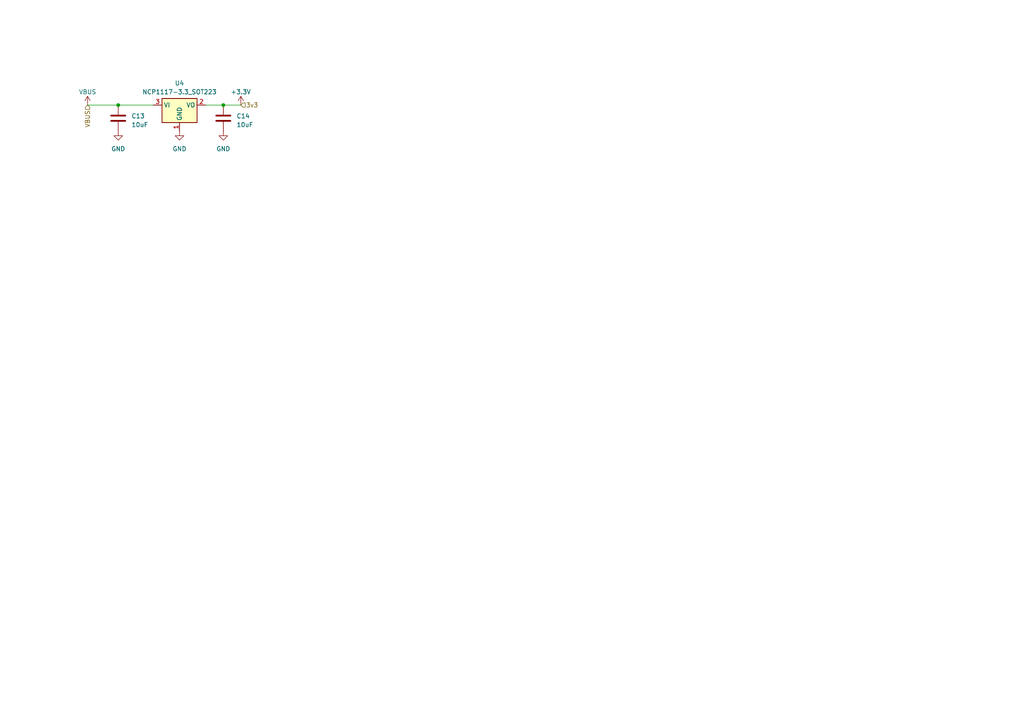
<source format=kicad_sch>
(kicad_sch (version 20230121) (generator eeschema)
  (paper "A4")
  (lib_symbols
    (symbol "Device:C" (pin_numbers hide) (pin_names (offset 0.254))
      (property "Reference" "C" (at 0.635 2.54 0))
      (property "Value" "C" (at 0.635 -2.54 0))
      (symbol "C_0_1"
        (polyline (pts (xy -2.032 -0.762) (xy 2.032 -0.762)) (stroke (width 0.508)))
        (polyline (pts (xy -2.032 0.762) (xy 2.032 0.762)) (stroke (width 0.508)))
      )
      (symbol "C_1_1"
        (pin passive line (at 0 3.81 270) (length 2.794) (name "~") (number "1"))
        (pin passive line (at 0 -3.81 90) (length 2.794) (name "~") (number "2"))
      )
    )
    (symbol "Regulator_Linear:NCP1117-3.3_SOT223"
      (property "Reference" "U" (at -3.81 3.175 0))
      (property "Value" "NCP1117-3.3_SOT223" (at 0 3.175 0))
      (symbol "NCP1117-3.3_SOT223_0_1"
        (rectangle (start -5.08 -5.08) (end 5.08 1.905) (stroke (width 0.254)) (fill (type background)))
      )
      (symbol "NCP1117-3.3_SOT223_1_1"
        (pin power_in line (at 0 -7.62 90) (length 2.54) (name "GND") (number "1"))
        (pin power_out line (at 7.62 0 180) (length 2.54) (name "VO") (number "2"))
        (pin power_in line (at -7.62 0 0) (length 2.54) (name "VI") (number "3"))
      )
    )
    (symbol "power:+3.3V" (power) (pin_names (offset 0))
      (property "Value" "+3.3V" (at 0 3.556 0))
      (symbol "+3.3V_0_1"
        (polyline (pts (xy -0.762 1.27) (xy 0 2.54)))
        (polyline (pts (xy 0 0) (xy 0 2.54)))
        (polyline (pts (xy 0 2.54) (xy 0.762 1.27)))
      )
      (symbol "+3.3V_1_1"
        (pin power_in line (at 0 0 90) (length 0) hide (name "+3.3V") (number "1"))
      )
    )
    (symbol "power:GND" (power) (pin_names (offset 0))
      (property "Value" "GND" (at 0 -3.81 0))
      (symbol "GND_0_1"
        (polyline (pts (xy 0 0) (xy 0 -1.27) (xy 1.27 -1.27) (xy 0 -2.54) (xy -1.27 -1.27) (xy 0 -1.27)))
      )
      (symbol "GND_1_1"
        (pin power_in line (at 0 0 270) (length 0) hide (name "GND") (number "1"))
      )
    )
    (symbol "power:VBUS" (power) (pin_names (offset 0))
      (property "Value" "VBUS" (at 0 3.81 0))
      (symbol "VBUS_0_1"
        (polyline (pts (xy -0.762 1.27) (xy 0 2.54)))
        (polyline (pts (xy 0 0) (xy 0 2.54)))
        (polyline (pts (xy 0 2.54) (xy 0.762 1.27)))
      )
      (symbol "VBUS_1_1"
        (pin power_in line (at 0 0 90) (length 0) hide (name "VBUS") (number "1"))
      )
    )
  )
  (junction (at 64.77 30.48))
  (junction (at 34.29 30.48))
  (wire (pts (xy 64.77 30.48) (xy 69.85 30.48)))
  (wire (pts (xy 34.29 30.48) (xy 44.45 30.48)))
  (wire (pts (xy 59.69 30.48) (xy 64.77 30.48)))
  (wire (pts (xy 25.4 30.48) (xy 34.29 30.48)))
  (hierarchical_label "3v3" (shape input) (at 69.85 30.48 0))
  (hierarchical_label "VBUS" (shape input) (at 25.4 30.48 270))
  (symbol (lib_id "power:VBUS") (at 25.4 30.48 0) (unit 1)
    (property "Reference" "#PWR015" (effects hide))
    (property "Value" "VBUS" (at 25.4 26.67 0))
  )
  (symbol (lib_id "Device:C") (at 64.77 34.29 0) (unit 1)
    (property "Reference" "C14" (at 68.58 33.655 0) (effects (justify left)))
    (property "Value" "10uF" (at 68.58 36.195 0) (effects (justify left)))
    (property "Footprint" "Capacitor_SMD:C_0603_1608Metric" (effects hide))
  )
  (symbol (lib_id "power:GND") (at 52.07 38.1 0) (unit 1)
    (property "Reference" "#PWR017" (effects hide))
    (property "Value" "GND" (at 52.07 43.18 0))
  )
  (symbol (lib_id "Device:C") (at 34.29 34.29 0) (unit 1)
    (property "Reference" "C13" (at 38.1 33.655 0) (effects (justify left)))
    (property "Value" "10uF" (at 38.1 36.195 0) (effects (justify left)))
    (property "Footprint" "Capacitor_SMD:C_0603_1608Metric" (effects hide))
  )
  (symbol (lib_id "power:GND") (at 34.29 38.1 0) (unit 1)
    (property "Reference" "#PWR016" (effects hide))
    (property "Value" "GND" (at 34.29 43.18 0))
  )
  (symbol (lib_id "power:+3.3V") (at 69.85 30.48 0) (unit 1)
    (property "Reference" "#PWR018" (effects hide))
    (property "Value" "+3.3V" (at 69.85 26.67 0))
  )
  (symbol (lib_id "Regulator_Linear:NCP1117-3.3_SOT223") (at 52.07 30.48 0) (unit 1)
    (property "Reference" "U4" (at 52.07 24.13 0))
    (property "Value" "NCP1117-3.3_SOT223" (at 52.07 26.67 0))
    (property "Footprint" "Package_TO_SOT_SMD:SOT-223-3_TabPin2" (effects hide))
    (property "Datasheet" "http://www.onsemi.com/pub_link/Collateral/NCP1117-D.PDF" (effects hide))
  )
  (symbol (lib_id "power:GND") (at 64.77 38.1 0) (unit 1)
    (property "Reference" "#PWR019" (effects hide))
    (property "Value" "GND" (at 64.77 43.18 0))
  )
)
</source>
